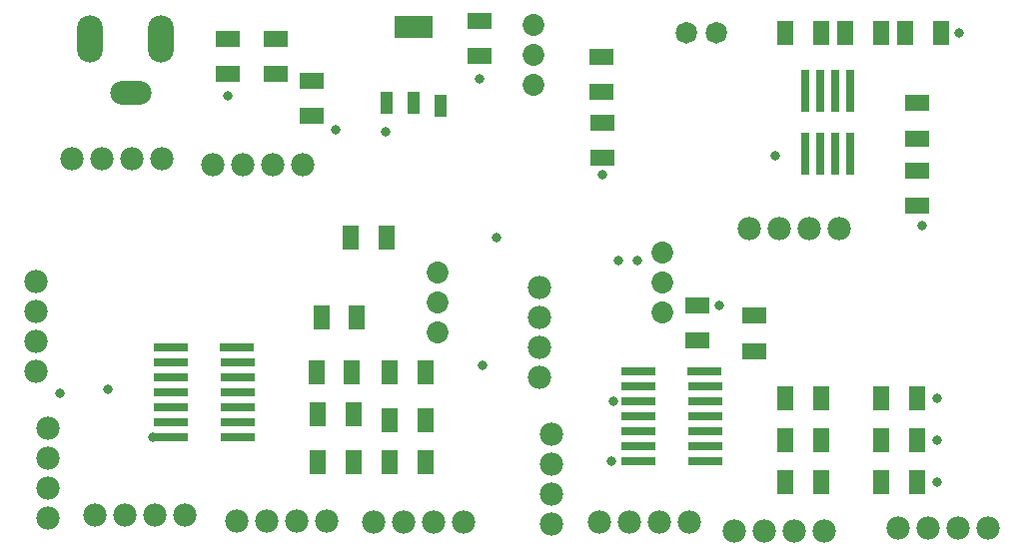
<source format=gts>
G04*
G04 #@! TF.GenerationSoftware,Altium Limited,Altium Designer,23.8.1 (32)*
G04*
G04 Layer_Color=8388736*
%FSLAX44Y44*%
%MOMM*%
G71*
G04*
G04 #@! TF.SameCoordinates,CBBC78E8-B8C5-4662-8ADF-5789773BA4AE*
G04*
G04*
G04 #@! TF.FilePolarity,Negative*
G04*
G01*
G75*
%ADD25C,0.0000*%
%ADD26R,2.0066X1.3208*%
%ADD27R,1.3208X2.0066*%
%ADD28R,3.3020X1.9032*%
%ADD29R,1.0414X1.9032*%
%ADD30R,2.8532X0.8032*%
%ADD31R,0.8032X3.6032*%
%ADD32C,1.9812*%
%ADD33C,1.8532*%
%ADD34C,1.8232*%
%ADD35O,2.2032X4.0032*%
%ADD36O,3.5032X2.0032*%
%ADD37C,0.8382*%
D25*
X595351Y462280D02*
G03*
X595351Y462280I-8611J0D01*
G01*
X620751D02*
G03*
X620751Y462280I-8611J0D01*
G01*
D26*
X514350Y441706D02*
D03*
Y411734D02*
D03*
X643890Y192024D02*
D03*
Y221996D02*
D03*
X595630Y230886D02*
D03*
Y200914D02*
D03*
X411480Y442468D02*
D03*
Y472440D02*
D03*
X269240Y421386D02*
D03*
Y391414D02*
D03*
X515620Y385826D02*
D03*
Y355854D02*
D03*
X782320Y372364D02*
D03*
Y402336D02*
D03*
Y315214D02*
D03*
Y345186D02*
D03*
X198120Y427228D02*
D03*
Y457200D02*
D03*
X238760Y426974D02*
D03*
Y456946D02*
D03*
D27*
X752094Y116840D02*
D03*
X782066D02*
D03*
X752094Y152400D02*
D03*
X782066D02*
D03*
X752094Y81280D02*
D03*
X782066D02*
D03*
X277368Y220980D02*
D03*
X307340D02*
D03*
X802386Y462280D02*
D03*
X772414D02*
D03*
X721614D02*
D03*
X751586D02*
D03*
X670814D02*
D03*
X700786D02*
D03*
X304546Y97790D02*
D03*
X274574D02*
D03*
X304546Y138430D02*
D03*
X274574D02*
D03*
X303276Y173990D02*
D03*
X273304D02*
D03*
X365506Y97790D02*
D03*
X335534D02*
D03*
X365506Y133350D02*
D03*
X335534D02*
D03*
X365506Y173990D02*
D03*
X335534D02*
D03*
X700786Y81280D02*
D03*
X670814D02*
D03*
X700786Y116840D02*
D03*
X670814D02*
D03*
X700786Y152400D02*
D03*
X670814D02*
D03*
X302514Y288290D02*
D03*
X332486D02*
D03*
D28*
X355600Y467360D02*
D03*
D29*
X332486Y402360D02*
D03*
X355600D02*
D03*
X378714Y399860D02*
D03*
D30*
X149440Y195580D02*
D03*
Y182880D02*
D03*
Y170180D02*
D03*
Y157480D02*
D03*
Y144780D02*
D03*
Y132080D02*
D03*
Y119380D02*
D03*
X206160D02*
D03*
Y132080D02*
D03*
Y144780D02*
D03*
Y157480D02*
D03*
Y170180D02*
D03*
Y182880D02*
D03*
X205740Y195580D02*
D03*
X545680Y175260D02*
D03*
Y162560D02*
D03*
Y149860D02*
D03*
Y137160D02*
D03*
Y124460D02*
D03*
Y111760D02*
D03*
Y99060D02*
D03*
X602400D02*
D03*
Y111760D02*
D03*
Y124460D02*
D03*
Y137160D02*
D03*
Y149860D02*
D03*
Y162560D02*
D03*
X601980Y175260D02*
D03*
D31*
X687070Y359080D02*
D03*
X699770D02*
D03*
X712470D02*
D03*
X725170D02*
D03*
Y413080D02*
D03*
X712470D02*
D03*
X699770D02*
D03*
X687070D02*
D03*
D32*
X346710Y46990D02*
D03*
X321310D02*
D03*
X397510D02*
D03*
X372110D02*
D03*
X231140Y48260D02*
D03*
X205740D02*
D03*
X281940D02*
D03*
X256540D02*
D03*
X791210Y41910D02*
D03*
X765810D02*
D03*
X842010D02*
D03*
X816610D02*
D03*
X652780Y39370D02*
D03*
X627380D02*
D03*
X703580D02*
D03*
X678180D02*
D03*
X665480Y295910D02*
D03*
X640080D02*
D03*
X716280D02*
D03*
X690880D02*
D03*
X210820Y350520D02*
D03*
X185420D02*
D03*
X261620D02*
D03*
X236220D02*
D03*
X110490Y53340D02*
D03*
X85090D02*
D03*
X161290D02*
D03*
X135890D02*
D03*
X45720Y101600D02*
D03*
Y127000D02*
D03*
Y50800D02*
D03*
Y76200D02*
D03*
X35560Y200660D02*
D03*
Y175260D02*
D03*
Y251460D02*
D03*
Y226060D02*
D03*
X462280Y195580D02*
D03*
Y170180D02*
D03*
Y246380D02*
D03*
Y220980D02*
D03*
X472440Y96520D02*
D03*
Y121920D02*
D03*
Y45720D02*
D03*
Y71120D02*
D03*
X538480Y46990D02*
D03*
X513080D02*
D03*
X589280D02*
D03*
X563880D02*
D03*
X116840Y355600D02*
D03*
X142240D02*
D03*
X66040D02*
D03*
X91440D02*
D03*
D33*
X457200Y417830D02*
D03*
Y443230D02*
D03*
Y468630D02*
D03*
X375920Y208280D02*
D03*
Y233680D02*
D03*
Y259080D02*
D03*
X566420Y224790D02*
D03*
Y250190D02*
D03*
Y275590D02*
D03*
D34*
X586740Y462280D02*
D03*
X612140D02*
D03*
D35*
X141280Y457200D02*
D03*
X81280D02*
D03*
D36*
X116280Y410700D02*
D03*
D37*
X96520Y160020D02*
D03*
X134620Y119380D02*
D03*
X515620Y341630D02*
D03*
X798830Y116840D02*
D03*
Y81280D02*
D03*
Y152400D02*
D03*
X425450Y288290D02*
D03*
X545465Y269240D02*
D03*
X786130Y298450D02*
D03*
X55880Y156210D02*
D03*
X523240Y99060D02*
D03*
X528955Y269240D02*
D03*
X614680Y231140D02*
D03*
X331470Y378460D02*
D03*
X524510Y149860D02*
D03*
X414020Y180340D02*
D03*
X661670Y358140D02*
D03*
X817880Y462280D02*
D03*
X411480Y422910D02*
D03*
X198120Y408940D02*
D03*
X289560Y379730D02*
D03*
M02*

</source>
